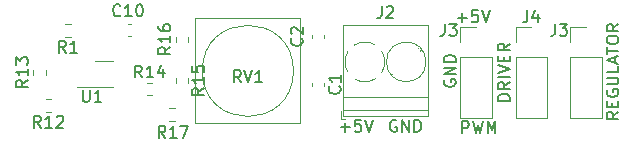
<source format=gbr>
G04 #@! TF.GenerationSoftware,KiCad,Pcbnew,(5.1.8)-1*
G04 #@! TF.CreationDate,2021-02-01T15:12:03-08:00*
G04 #@! TF.ProjectId,Modular_pwm_dac_LTC6992,4d6f6475-6c61-4725-9f70-776d5f646163,rev?*
G04 #@! TF.SameCoordinates,Original*
G04 #@! TF.FileFunction,Legend,Top*
G04 #@! TF.FilePolarity,Positive*
%FSLAX46Y46*%
G04 Gerber Fmt 4.6, Leading zero omitted, Abs format (unit mm)*
G04 Created by KiCad (PCBNEW (5.1.8)-1) date 2021-02-01 15:12:03*
%MOMM*%
%LPD*%
G01*
G04 APERTURE LIST*
%ADD10C,0.150000*%
%ADD11C,0.120000*%
G04 APERTURE END LIST*
D10*
X160662880Y-47537261D02*
X160186690Y-47870595D01*
X160662880Y-48108690D02*
X159662880Y-48108690D01*
X159662880Y-47727738D01*
X159710500Y-47632500D01*
X159758119Y-47584880D01*
X159853357Y-47537261D01*
X159996214Y-47537261D01*
X160091452Y-47584880D01*
X160139071Y-47632500D01*
X160186690Y-47727738D01*
X160186690Y-48108690D01*
X160139071Y-47108690D02*
X160139071Y-46775357D01*
X160662880Y-46632500D02*
X160662880Y-47108690D01*
X159662880Y-47108690D01*
X159662880Y-46632500D01*
X159710500Y-45680119D02*
X159662880Y-45775357D01*
X159662880Y-45918214D01*
X159710500Y-46061071D01*
X159805738Y-46156309D01*
X159900976Y-46203928D01*
X160091452Y-46251547D01*
X160234309Y-46251547D01*
X160424785Y-46203928D01*
X160520023Y-46156309D01*
X160615261Y-46061071D01*
X160662880Y-45918214D01*
X160662880Y-45822976D01*
X160615261Y-45680119D01*
X160567642Y-45632500D01*
X160234309Y-45632500D01*
X160234309Y-45822976D01*
X159662880Y-45203928D02*
X160472404Y-45203928D01*
X160567642Y-45156309D01*
X160615261Y-45108690D01*
X160662880Y-45013452D01*
X160662880Y-44822976D01*
X160615261Y-44727738D01*
X160567642Y-44680119D01*
X160472404Y-44632500D01*
X159662880Y-44632500D01*
X160662880Y-43680119D02*
X160662880Y-44156309D01*
X159662880Y-44156309D01*
X160377166Y-43394404D02*
X160377166Y-42918214D01*
X160662880Y-43489642D02*
X159662880Y-43156309D01*
X160662880Y-42822976D01*
X159662880Y-42632500D02*
X159662880Y-42061071D01*
X160662880Y-42346785D02*
X159662880Y-42346785D01*
X159662880Y-41537261D02*
X159662880Y-41346785D01*
X159710500Y-41251547D01*
X159805738Y-41156309D01*
X159996214Y-41108690D01*
X160329547Y-41108690D01*
X160520023Y-41156309D01*
X160615261Y-41251547D01*
X160662880Y-41346785D01*
X160662880Y-41537261D01*
X160615261Y-41632500D01*
X160520023Y-41727738D01*
X160329547Y-41775357D01*
X159996214Y-41775357D01*
X159805738Y-41727738D01*
X159710500Y-41632500D01*
X159662880Y-41537261D01*
X160662880Y-40108690D02*
X160186690Y-40442023D01*
X160662880Y-40680119D02*
X159662880Y-40680119D01*
X159662880Y-40299166D01*
X159710500Y-40203928D01*
X159758119Y-40156309D01*
X159853357Y-40108690D01*
X159996214Y-40108690D01*
X160091452Y-40156309D01*
X160139071Y-40203928D01*
X160186690Y-40299166D01*
X160186690Y-40680119D01*
X151455380Y-46576952D02*
X150455380Y-46576952D01*
X150455380Y-46338857D01*
X150503000Y-46196000D01*
X150598238Y-46100761D01*
X150693476Y-46053142D01*
X150883952Y-46005523D01*
X151026809Y-46005523D01*
X151217285Y-46053142D01*
X151312523Y-46100761D01*
X151407761Y-46196000D01*
X151455380Y-46338857D01*
X151455380Y-46576952D01*
X151455380Y-45005523D02*
X150979190Y-45338857D01*
X151455380Y-45576952D02*
X150455380Y-45576952D01*
X150455380Y-45196000D01*
X150503000Y-45100761D01*
X150550619Y-45053142D01*
X150645857Y-45005523D01*
X150788714Y-45005523D01*
X150883952Y-45053142D01*
X150931571Y-45100761D01*
X150979190Y-45196000D01*
X150979190Y-45576952D01*
X151455380Y-44576952D02*
X150455380Y-44576952D01*
X150455380Y-44243619D02*
X151455380Y-43910285D01*
X150455380Y-43576952D01*
X150931571Y-43243619D02*
X150931571Y-42910285D01*
X151455380Y-42767428D02*
X151455380Y-43243619D01*
X150455380Y-43243619D01*
X150455380Y-42767428D01*
X151455380Y-41767428D02*
X150979190Y-42100761D01*
X151455380Y-42338857D02*
X150455380Y-42338857D01*
X150455380Y-41957904D01*
X150503000Y-41862666D01*
X150550619Y-41815047D01*
X150645857Y-41767428D01*
X150788714Y-41767428D01*
X150883952Y-41815047D01*
X150931571Y-41862666D01*
X150979190Y-41957904D01*
X150979190Y-42338857D01*
X147439238Y-49347380D02*
X147439238Y-48347380D01*
X147820190Y-48347380D01*
X147915428Y-48395000D01*
X147963047Y-48442619D01*
X148010666Y-48537857D01*
X148010666Y-48680714D01*
X147963047Y-48775952D01*
X147915428Y-48823571D01*
X147820190Y-48871190D01*
X147439238Y-48871190D01*
X148344000Y-48347380D02*
X148582095Y-49347380D01*
X148772571Y-48633095D01*
X148963047Y-49347380D01*
X149201142Y-48347380D01*
X149582095Y-49347380D02*
X149582095Y-48347380D01*
X149915428Y-49061666D01*
X150248761Y-48347380D01*
X150248761Y-49347380D01*
X145931000Y-44830904D02*
X145883380Y-44926142D01*
X145883380Y-45069000D01*
X145931000Y-45211857D01*
X146026238Y-45307095D01*
X146121476Y-45354714D01*
X146311952Y-45402333D01*
X146454809Y-45402333D01*
X146645285Y-45354714D01*
X146740523Y-45307095D01*
X146835761Y-45211857D01*
X146883380Y-45069000D01*
X146883380Y-44973761D01*
X146835761Y-44830904D01*
X146788142Y-44783285D01*
X146454809Y-44783285D01*
X146454809Y-44973761D01*
X146883380Y-44354714D02*
X145883380Y-44354714D01*
X146883380Y-43783285D01*
X145883380Y-43783285D01*
X146883380Y-43307095D02*
X145883380Y-43307095D01*
X145883380Y-43069000D01*
X145931000Y-42926142D01*
X146026238Y-42830904D01*
X146121476Y-42783285D01*
X146311952Y-42735666D01*
X146454809Y-42735666D01*
X146645285Y-42783285D01*
X146740523Y-42830904D01*
X146835761Y-42926142D01*
X146883380Y-43069000D01*
X146883380Y-43307095D01*
X141859095Y-48268000D02*
X141763857Y-48220380D01*
X141621000Y-48220380D01*
X141478142Y-48268000D01*
X141382904Y-48363238D01*
X141335285Y-48458476D01*
X141287666Y-48648952D01*
X141287666Y-48791809D01*
X141335285Y-48982285D01*
X141382904Y-49077523D01*
X141478142Y-49172761D01*
X141621000Y-49220380D01*
X141716238Y-49220380D01*
X141859095Y-49172761D01*
X141906714Y-49125142D01*
X141906714Y-48791809D01*
X141716238Y-48791809D01*
X142335285Y-49220380D02*
X142335285Y-48220380D01*
X142906714Y-49220380D01*
X142906714Y-48220380D01*
X143382904Y-49220380D02*
X143382904Y-48220380D01*
X143621000Y-48220380D01*
X143763857Y-48268000D01*
X143859095Y-48363238D01*
X143906714Y-48458476D01*
X143954333Y-48648952D01*
X143954333Y-48791809D01*
X143906714Y-48982285D01*
X143859095Y-49077523D01*
X143763857Y-49172761D01*
X143621000Y-49220380D01*
X143382904Y-49220380D01*
X147050285Y-39568428D02*
X147812190Y-39568428D01*
X147431238Y-39949380D02*
X147431238Y-39187476D01*
X148764571Y-38949380D02*
X148288380Y-38949380D01*
X148240761Y-39425571D01*
X148288380Y-39377952D01*
X148383619Y-39330333D01*
X148621714Y-39330333D01*
X148716952Y-39377952D01*
X148764571Y-39425571D01*
X148812190Y-39520809D01*
X148812190Y-39758904D01*
X148764571Y-39854142D01*
X148716952Y-39901761D01*
X148621714Y-39949380D01*
X148383619Y-39949380D01*
X148288380Y-39901761D01*
X148240761Y-39854142D01*
X149097904Y-38949380D02*
X149431238Y-39949380D01*
X149764571Y-38949380D01*
X137144285Y-48839428D02*
X137906190Y-48839428D01*
X137525238Y-49220380D02*
X137525238Y-48458476D01*
X138858571Y-48220380D02*
X138382380Y-48220380D01*
X138334761Y-48696571D01*
X138382380Y-48648952D01*
X138477619Y-48601333D01*
X138715714Y-48601333D01*
X138810952Y-48648952D01*
X138858571Y-48696571D01*
X138906190Y-48791809D01*
X138906190Y-49029904D01*
X138858571Y-49125142D01*
X138810952Y-49172761D01*
X138715714Y-49220380D01*
X138477619Y-49220380D01*
X138382380Y-49172761D01*
X138334761Y-49125142D01*
X139191904Y-48220380D02*
X139525238Y-49220380D01*
X139858571Y-48220380D01*
D11*
X156594500Y-40326000D02*
X157924500Y-40326000D01*
X156594500Y-41656000D02*
X156594500Y-40326000D01*
X156594500Y-42926000D02*
X159254500Y-42926000D01*
X159254500Y-42926000D02*
X159254500Y-48066000D01*
X156594500Y-42926000D02*
X156594500Y-48066000D01*
X156594500Y-48066000D02*
X159254500Y-48066000D01*
X151959000Y-40326000D02*
X153289000Y-40326000D01*
X151959000Y-41656000D02*
X151959000Y-40326000D01*
X151959000Y-42926000D02*
X154619000Y-42926000D01*
X154619000Y-42926000D02*
X154619000Y-48066000D01*
X151959000Y-42926000D02*
X151959000Y-48066000D01*
X151959000Y-48066000D02*
X154619000Y-48066000D01*
X134745000Y-45071420D02*
X134745000Y-45352580D01*
X135765000Y-45071420D02*
X135765000Y-45352580D01*
X134745000Y-41288580D02*
X134745000Y-41007420D01*
X135765000Y-41288580D02*
X135765000Y-41007420D01*
X119393580Y-41150000D02*
X119112420Y-41150000D01*
X119393580Y-40130000D02*
X119112420Y-40130000D01*
X144372000Y-43307000D02*
G75*
G03*
X144372000Y-43307000I-1680000J0D01*
G01*
X137382000Y-47407000D02*
X144502000Y-47407000D01*
X137382000Y-46307000D02*
X144502000Y-46307000D01*
X137382000Y-40147000D02*
X144502000Y-40147000D01*
X137382000Y-47867000D02*
X144502000Y-47867000D01*
X137382000Y-40147000D02*
X137382000Y-47867000D01*
X144502000Y-40147000D02*
X144502000Y-47867000D01*
X143967000Y-42238000D02*
X143838000Y-42366000D01*
X141717000Y-44488000D02*
X141623000Y-44581000D01*
X143762000Y-42032000D02*
X143668000Y-42126000D01*
X141547000Y-44248000D02*
X141418000Y-44376000D01*
X137142000Y-47467000D02*
X137142000Y-48107000D01*
X137142000Y-48107000D02*
X137542000Y-48107000D01*
X140082264Y-44731721D02*
G75*
G02*
X139192000Y-44987000I-890264J1424721D01*
G01*
X140617505Y-42416807D02*
G75*
G02*
X140617000Y-44198000I-1425505J-890193D01*
G01*
X138302106Y-41881642D02*
G75*
G02*
X140058000Y-41867000I889894J-1425358D01*
G01*
X137766642Y-44196894D02*
G75*
G02*
X137752000Y-42441000I1425358J889894D01*
G01*
X139220674Y-44987099D02*
G75*
G02*
X138326000Y-44747000I-28674J1680099D01*
G01*
X147260000Y-48066000D02*
X149920000Y-48066000D01*
X147260000Y-42926000D02*
X147260000Y-48066000D01*
X149920000Y-42926000D02*
X149920000Y-48066000D01*
X147260000Y-42926000D02*
X149920000Y-42926000D01*
X147260000Y-41656000D02*
X147260000Y-40326000D01*
X147260000Y-40326000D02*
X148590000Y-40326000D01*
X114283258Y-41162500D02*
X113808742Y-41162500D01*
X114283258Y-40117500D02*
X113808742Y-40117500D01*
X112632258Y-47512500D02*
X112157742Y-47512500D01*
X112632258Y-46467500D02*
X112157742Y-46467500D01*
X112155500Y-44433258D02*
X112155500Y-43958742D01*
X111110500Y-44433258D02*
X111110500Y-43958742D01*
X120729742Y-45070500D02*
X121204258Y-45070500D01*
X120729742Y-46115500D02*
X121204258Y-46115500D01*
X123175500Y-44656742D02*
X123175500Y-45131258D01*
X124220500Y-44656742D02*
X124220500Y-45131258D01*
X123175500Y-41639258D02*
X123175500Y-41164742D01*
X124220500Y-41639258D02*
X124220500Y-41164742D01*
X122634742Y-48274500D02*
X123109258Y-48274500D01*
X122634742Y-47229500D02*
X123109258Y-47229500D01*
X124841000Y-48514000D02*
X124841000Y-39624000D01*
X124841000Y-39624000D02*
X133731000Y-39624000D01*
X133731000Y-39624000D02*
X133731000Y-48514000D01*
X133731000Y-48514000D02*
X124841000Y-48514000D01*
X133148554Y-44069000D02*
G75*
G03*
X133148554Y-44069000I-3862554J0D01*
G01*
X116332000Y-43213000D02*
X117832000Y-43213000D01*
X114832000Y-45433000D02*
X117832000Y-45433000D01*
D10*
X155305166Y-40092380D02*
X155305166Y-40806666D01*
X155257547Y-40949523D01*
X155162309Y-41044761D01*
X155019452Y-41092380D01*
X154924214Y-41092380D01*
X155686119Y-40092380D02*
X156305166Y-40092380D01*
X155971833Y-40473333D01*
X156114690Y-40473333D01*
X156209928Y-40520952D01*
X156257547Y-40568571D01*
X156305166Y-40663809D01*
X156305166Y-40901904D01*
X156257547Y-40997142D01*
X156209928Y-41044761D01*
X156114690Y-41092380D01*
X155828976Y-41092380D01*
X155733738Y-41044761D01*
X155686119Y-40997142D01*
X152955666Y-38949380D02*
X152955666Y-39663666D01*
X152908047Y-39806523D01*
X152812809Y-39901761D01*
X152669952Y-39949380D01*
X152574714Y-39949380D01*
X153860428Y-39282714D02*
X153860428Y-39949380D01*
X153622333Y-38901761D02*
X153384238Y-39616047D01*
X154003285Y-39616047D01*
X137042142Y-45378666D02*
X137089761Y-45426285D01*
X137137380Y-45569142D01*
X137137380Y-45664380D01*
X137089761Y-45807238D01*
X136994523Y-45902476D01*
X136899285Y-45950095D01*
X136708809Y-45997714D01*
X136565952Y-45997714D01*
X136375476Y-45950095D01*
X136280238Y-45902476D01*
X136185000Y-45807238D01*
X136137380Y-45664380D01*
X136137380Y-45569142D01*
X136185000Y-45426285D01*
X136232619Y-45378666D01*
X137137380Y-44426285D02*
X137137380Y-44997714D01*
X137137380Y-44712000D02*
X136137380Y-44712000D01*
X136280238Y-44807238D01*
X136375476Y-44902476D01*
X136423095Y-44997714D01*
X133834142Y-41314666D02*
X133881761Y-41362285D01*
X133929380Y-41505142D01*
X133929380Y-41600380D01*
X133881761Y-41743238D01*
X133786523Y-41838476D01*
X133691285Y-41886095D01*
X133500809Y-41933714D01*
X133357952Y-41933714D01*
X133167476Y-41886095D01*
X133072238Y-41838476D01*
X132977000Y-41743238D01*
X132929380Y-41600380D01*
X132929380Y-41505142D01*
X132977000Y-41362285D01*
X133024619Y-41314666D01*
X133024619Y-40933714D02*
X132977000Y-40886095D01*
X132929380Y-40790857D01*
X132929380Y-40552761D01*
X132977000Y-40457523D01*
X133024619Y-40409904D01*
X133119857Y-40362285D01*
X133215095Y-40362285D01*
X133357952Y-40409904D01*
X133929380Y-40981333D01*
X133929380Y-40362285D01*
X118496142Y-39346142D02*
X118448523Y-39393761D01*
X118305666Y-39441380D01*
X118210428Y-39441380D01*
X118067571Y-39393761D01*
X117972333Y-39298523D01*
X117924714Y-39203285D01*
X117877095Y-39012809D01*
X117877095Y-38869952D01*
X117924714Y-38679476D01*
X117972333Y-38584238D01*
X118067571Y-38489000D01*
X118210428Y-38441380D01*
X118305666Y-38441380D01*
X118448523Y-38489000D01*
X118496142Y-38536619D01*
X119448523Y-39441380D02*
X118877095Y-39441380D01*
X119162809Y-39441380D02*
X119162809Y-38441380D01*
X119067571Y-38584238D01*
X118972333Y-38679476D01*
X118877095Y-38727095D01*
X120067571Y-38441380D02*
X120162809Y-38441380D01*
X120258047Y-38489000D01*
X120305666Y-38536619D01*
X120353285Y-38631857D01*
X120400904Y-38822333D01*
X120400904Y-39060428D01*
X120353285Y-39250904D01*
X120305666Y-39346142D01*
X120258047Y-39393761D01*
X120162809Y-39441380D01*
X120067571Y-39441380D01*
X119972333Y-39393761D01*
X119924714Y-39346142D01*
X119877095Y-39250904D01*
X119829476Y-39060428D01*
X119829476Y-38822333D01*
X119877095Y-38631857D01*
X119924714Y-38536619D01*
X119972333Y-38489000D01*
X120067571Y-38441380D01*
X140608666Y-38599380D02*
X140608666Y-39313666D01*
X140561047Y-39456523D01*
X140465809Y-39551761D01*
X140322952Y-39599380D01*
X140227714Y-39599380D01*
X141037238Y-38694619D02*
X141084857Y-38647000D01*
X141180095Y-38599380D01*
X141418190Y-38599380D01*
X141513428Y-38647000D01*
X141561047Y-38694619D01*
X141608666Y-38789857D01*
X141608666Y-38885095D01*
X141561047Y-39027952D01*
X140989619Y-39599380D01*
X141608666Y-39599380D01*
X145970666Y-40092380D02*
X145970666Y-40806666D01*
X145923047Y-40949523D01*
X145827809Y-41044761D01*
X145684952Y-41092380D01*
X145589714Y-41092380D01*
X146351619Y-40092380D02*
X146970666Y-40092380D01*
X146637333Y-40473333D01*
X146780190Y-40473333D01*
X146875428Y-40520952D01*
X146923047Y-40568571D01*
X146970666Y-40663809D01*
X146970666Y-40901904D01*
X146923047Y-40997142D01*
X146875428Y-41044761D01*
X146780190Y-41092380D01*
X146494476Y-41092380D01*
X146399238Y-41044761D01*
X146351619Y-40997142D01*
X113879333Y-42522380D02*
X113546000Y-42046190D01*
X113307904Y-42522380D02*
X113307904Y-41522380D01*
X113688857Y-41522380D01*
X113784095Y-41570000D01*
X113831714Y-41617619D01*
X113879333Y-41712857D01*
X113879333Y-41855714D01*
X113831714Y-41950952D01*
X113784095Y-41998571D01*
X113688857Y-42046190D01*
X113307904Y-42046190D01*
X114831714Y-42522380D02*
X114260285Y-42522380D01*
X114546000Y-42522380D02*
X114546000Y-41522380D01*
X114450761Y-41665238D01*
X114355523Y-41760476D01*
X114260285Y-41808095D01*
X111752142Y-48872380D02*
X111418809Y-48396190D01*
X111180714Y-48872380D02*
X111180714Y-47872380D01*
X111561666Y-47872380D01*
X111656904Y-47920000D01*
X111704523Y-47967619D01*
X111752142Y-48062857D01*
X111752142Y-48205714D01*
X111704523Y-48300952D01*
X111656904Y-48348571D01*
X111561666Y-48396190D01*
X111180714Y-48396190D01*
X112704523Y-48872380D02*
X112133095Y-48872380D01*
X112418809Y-48872380D02*
X112418809Y-47872380D01*
X112323571Y-48015238D01*
X112228333Y-48110476D01*
X112133095Y-48158095D01*
X113085476Y-47967619D02*
X113133095Y-47920000D01*
X113228333Y-47872380D01*
X113466428Y-47872380D01*
X113561666Y-47920000D01*
X113609285Y-47967619D01*
X113656904Y-48062857D01*
X113656904Y-48158095D01*
X113609285Y-48300952D01*
X113037857Y-48872380D01*
X113656904Y-48872380D01*
X110655380Y-44838857D02*
X110179190Y-45172190D01*
X110655380Y-45410285D02*
X109655380Y-45410285D01*
X109655380Y-45029333D01*
X109703000Y-44934095D01*
X109750619Y-44886476D01*
X109845857Y-44838857D01*
X109988714Y-44838857D01*
X110083952Y-44886476D01*
X110131571Y-44934095D01*
X110179190Y-45029333D01*
X110179190Y-45410285D01*
X110655380Y-43886476D02*
X110655380Y-44457904D01*
X110655380Y-44172190D02*
X109655380Y-44172190D01*
X109798238Y-44267428D01*
X109893476Y-44362666D01*
X109941095Y-44457904D01*
X109655380Y-43553142D02*
X109655380Y-42934095D01*
X110036333Y-43267428D01*
X110036333Y-43124571D01*
X110083952Y-43029333D01*
X110131571Y-42981714D01*
X110226809Y-42934095D01*
X110464904Y-42934095D01*
X110560142Y-42981714D01*
X110607761Y-43029333D01*
X110655380Y-43124571D01*
X110655380Y-43410285D01*
X110607761Y-43505523D01*
X110560142Y-43553142D01*
X120324142Y-44615380D02*
X119990809Y-44139190D01*
X119752714Y-44615380D02*
X119752714Y-43615380D01*
X120133666Y-43615380D01*
X120228904Y-43663000D01*
X120276523Y-43710619D01*
X120324142Y-43805857D01*
X120324142Y-43948714D01*
X120276523Y-44043952D01*
X120228904Y-44091571D01*
X120133666Y-44139190D01*
X119752714Y-44139190D01*
X121276523Y-44615380D02*
X120705095Y-44615380D01*
X120990809Y-44615380D02*
X120990809Y-43615380D01*
X120895571Y-43758238D01*
X120800333Y-43853476D01*
X120705095Y-43901095D01*
X122133666Y-43948714D02*
X122133666Y-44615380D01*
X121895571Y-43567761D02*
X121657476Y-44282047D01*
X122276523Y-44282047D01*
X125580380Y-45536857D02*
X125104190Y-45870190D01*
X125580380Y-46108285D02*
X124580380Y-46108285D01*
X124580380Y-45727333D01*
X124628000Y-45632095D01*
X124675619Y-45584476D01*
X124770857Y-45536857D01*
X124913714Y-45536857D01*
X125008952Y-45584476D01*
X125056571Y-45632095D01*
X125104190Y-45727333D01*
X125104190Y-46108285D01*
X125580380Y-44584476D02*
X125580380Y-45155904D01*
X125580380Y-44870190D02*
X124580380Y-44870190D01*
X124723238Y-44965428D01*
X124818476Y-45060666D01*
X124866095Y-45155904D01*
X124580380Y-43679714D02*
X124580380Y-44155904D01*
X125056571Y-44203523D01*
X125008952Y-44155904D01*
X124961333Y-44060666D01*
X124961333Y-43822571D01*
X125008952Y-43727333D01*
X125056571Y-43679714D01*
X125151809Y-43632095D01*
X125389904Y-43632095D01*
X125485142Y-43679714D01*
X125532761Y-43727333D01*
X125580380Y-43822571D01*
X125580380Y-44060666D01*
X125532761Y-44155904D01*
X125485142Y-44203523D01*
X122720380Y-42044857D02*
X122244190Y-42378190D01*
X122720380Y-42616285D02*
X121720380Y-42616285D01*
X121720380Y-42235333D01*
X121768000Y-42140095D01*
X121815619Y-42092476D01*
X121910857Y-42044857D01*
X122053714Y-42044857D01*
X122148952Y-42092476D01*
X122196571Y-42140095D01*
X122244190Y-42235333D01*
X122244190Y-42616285D01*
X122720380Y-41092476D02*
X122720380Y-41663904D01*
X122720380Y-41378190D02*
X121720380Y-41378190D01*
X121863238Y-41473428D01*
X121958476Y-41568666D01*
X122006095Y-41663904D01*
X121720380Y-40235333D02*
X121720380Y-40425809D01*
X121768000Y-40521047D01*
X121815619Y-40568666D01*
X121958476Y-40663904D01*
X122148952Y-40711523D01*
X122529904Y-40711523D01*
X122625142Y-40663904D01*
X122672761Y-40616285D01*
X122720380Y-40521047D01*
X122720380Y-40330571D01*
X122672761Y-40235333D01*
X122625142Y-40187714D01*
X122529904Y-40140095D01*
X122291809Y-40140095D01*
X122196571Y-40187714D01*
X122148952Y-40235333D01*
X122101333Y-40330571D01*
X122101333Y-40521047D01*
X122148952Y-40616285D01*
X122196571Y-40663904D01*
X122291809Y-40711523D01*
X122293142Y-49728380D02*
X121959809Y-49252190D01*
X121721714Y-49728380D02*
X121721714Y-48728380D01*
X122102666Y-48728380D01*
X122197904Y-48776000D01*
X122245523Y-48823619D01*
X122293142Y-48918857D01*
X122293142Y-49061714D01*
X122245523Y-49156952D01*
X122197904Y-49204571D01*
X122102666Y-49252190D01*
X121721714Y-49252190D01*
X123245523Y-49728380D02*
X122674095Y-49728380D01*
X122959809Y-49728380D02*
X122959809Y-48728380D01*
X122864571Y-48871238D01*
X122769333Y-48966476D01*
X122674095Y-49014095D01*
X123578857Y-48728380D02*
X124245523Y-48728380D01*
X123816952Y-49728380D01*
X128690761Y-45021380D02*
X128357428Y-44545190D01*
X128119333Y-45021380D02*
X128119333Y-44021380D01*
X128500285Y-44021380D01*
X128595523Y-44069000D01*
X128643142Y-44116619D01*
X128690761Y-44211857D01*
X128690761Y-44354714D01*
X128643142Y-44449952D01*
X128595523Y-44497571D01*
X128500285Y-44545190D01*
X128119333Y-44545190D01*
X128976476Y-44021380D02*
X129309809Y-45021380D01*
X129643142Y-44021380D01*
X130500285Y-45021380D02*
X129928857Y-45021380D01*
X130214571Y-45021380D02*
X130214571Y-44021380D01*
X130119333Y-44164238D01*
X130024095Y-44259476D01*
X129928857Y-44307095D01*
X115316095Y-45680380D02*
X115316095Y-46489904D01*
X115363714Y-46585142D01*
X115411333Y-46632761D01*
X115506571Y-46680380D01*
X115697047Y-46680380D01*
X115792285Y-46632761D01*
X115839904Y-46585142D01*
X115887523Y-46489904D01*
X115887523Y-45680380D01*
X116887523Y-46680380D02*
X116316095Y-46680380D01*
X116601809Y-46680380D02*
X116601809Y-45680380D01*
X116506571Y-45823238D01*
X116411333Y-45918476D01*
X116316095Y-45966095D01*
M02*

</source>
